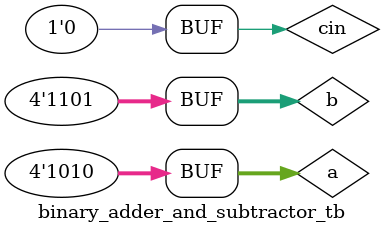
<source format=v>
module binary_adder_and_subtractor(sum,cout,a,b,cin);

	input [3:0]a, b;
	input cin;
	output [3:0]sum;
	output cout;
	wire [3:0] b_xor;
	//wire [2:0]c;

	xor(b_xor[0], b[0], cin);
	xor(b_xor[1], b[1], cin);
	xor(b_xor[2], b[2], cin);
	xor(b_xor[3], b[3], cin);
	
	four_bit_full_adder f1(sum, cout, a, b_xor,cin);
	
	/*Full_Adder f0(sum[0], c[0], a[0], b_xor[0],cin);
	Full_Adder f1(sum[1], c[1], a[1], b_xor[1],c[0]);
	Full_Adder f2(sum[2], c[2], a[2], b_xor[2],c[1]);
	Full_Adder f3(sum[3], cout, a[3], b_xor[3],c[2]);*/

endmodule

module binary_adder_and_subtractor_tb;
	
	reg [3:0]a, b;
	reg cin;
	wire [3:0] sum;
	wire cout;

	binary_adder_and_subtractor b_a_and_s(sum, cout, a, b, cin);

	initial begin 
		cin = 0; a = 4'b1000; b = 4'b0010; #50;
		cin = 0; a = 4'b1000; b = 4'b1000; #50;
		cin = 0; a = 4'b0010; b = 4'b1000; #50;
		cin = 0; a = 4'b0001; b = 4'b0111; #50;
		cin = 0; a = 4'b1010; b = 4'b1011; #50;
		cin = 0; a = 4'b1110; b = 4'b1111; #50;
		cin = 0; a = 4'b1010; b = 4'b1101; #50;
		/*cin = 1; a = 4'b1000; b = 4'b0010; #50;
		cin = 1; a = 4'b1000; b = 4'b1000; #50;
		cin = 1; a = 4'b0010; b = 4'b1000; #50;
		cin = 1; a = 4'b0001; b = 4'b0111; #50;
		cin = 1; a = 4'b1010; b = 4'b1011; #50;
		cin = 1; a = 4'b1110; b = 4'b1111; #50;
		cin = 1; a = 4'b1010; b = 4'b1101; #50;*/
	end

endmodule
		
	

</source>
